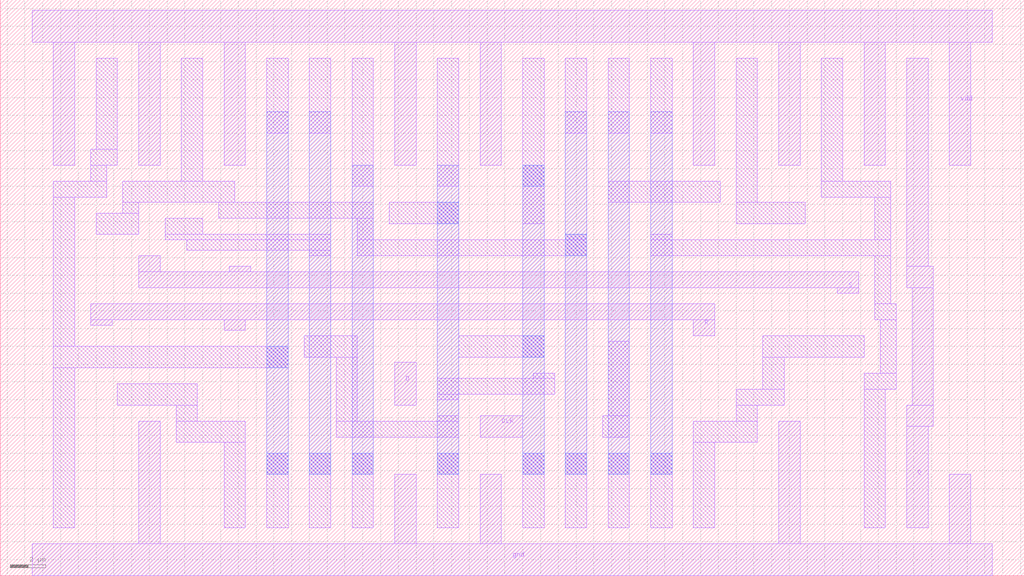
<source format=lef>
VERSION 5.7 ;
  NOWIREEXTENSIONATPIN ON ;
  DIVIDERCHAR "/" ;
  BUSBITCHARS "[]" ;
MACRO NOR3X1
  CLASS BLOCK ;
  FOREIGN NOR3X1 ;
  ORIGIN 2.100 0.900 ;
  SIZE 22.500 BY 32.400 ;
  PIN A
    ANTENNAGATEAREA 12.600000 ;
    PORT
      LAYER metal1 ;
        RECT 3.000 6.900 5.700 8.100 ;
    END
  END A
  PIN B
    ANTENNAGATEAREA 12.600000 ;
    PORT
      LAYER metal1 ;
        RECT 5.400 9.900 7.800 11.100 ;
    END
  END B
  PIN C
    ANTENNAGATEAREA 12.600000 ;
    PORT
      LAYER metal1 ;
        RECT 7.800 12.900 10.200 14.100 ;
    END
  END C
  PIN Y
    PORT
      LAYER metal1 ;
        RECT 15.000 18.000 16.200 26.400 ;
        RECT 15.000 17.100 15.900 18.000 ;
        RECT 15.000 16.800 16.200 17.100 ;
        RECT 11.100 15.900 16.200 16.800 ;
        RECT 11.100 6.000 12.000 15.900 ;
        RECT 6.000 5.100 12.000 6.000 ;
        RECT 6.000 4.800 6.900 5.100 ;
        RECT 5.400 3.900 6.900 4.800 ;
        RECT 10.200 4.800 12.000 5.100 ;
        RECT 5.400 1.800 6.600 3.900 ;
        RECT 10.200 1.800 11.400 4.800 ;
    END
  END Y
  PIN vdd
    USE POWER ;
    PORT
      LAYER metal1 ;
        RECT -0.600 29.100 19.800 30.900 ;
        RECT 3.000 19.200 4.200 29.100 ;
    END
  END vdd
  PIN gnd
    USE GROUND ;
    PORT
      LAYER metal1 ;
        RECT 3.000 0.900 4.200 4.800 ;
        RECT 7.800 0.900 9.000 4.200 ;
        RECT -0.600 -0.900 19.800 0.900 ;
    END
  END gnd
  OBS
      LAYER metal1 ;
        RECT 0.600 19.200 1.800 28.200 ;
        RECT 0.900 18.300 1.800 19.200 ;
        RECT 5.400 27.300 11.400 28.200 ;
        RECT 5.400 19.200 6.600 27.300 ;
        RECT 7.800 19.200 9.000 26.400 ;
        RECT 10.200 19.500 11.400 27.300 ;
        RECT 12.900 27.300 18.300 28.200 ;
        RECT 12.900 27.000 13.800 27.300 ;
        RECT 5.400 18.300 6.300 19.200 ;
        RECT 0.900 17.400 6.300 18.300 ;
        RECT 8.100 18.600 9.000 19.200 ;
        RECT 12.600 18.600 13.800 27.000 ;
        RECT 8.100 18.000 13.800 18.600 ;
        RECT 17.400 27.000 18.300 27.300 ;
        RECT 17.400 18.000 18.600 27.000 ;
        RECT 8.100 17.700 13.500 18.000 ;
  END
END NOR3X1
MACRO DFFNEGX1
  CLASS BLOCK ;
  FOREIGN DFFNEGX1 ;
  ORIGIN 2.400 0.900 ;
  SIZE 33.600 BY 32.400 ;
  PIN D
    ANTENNAGATEAREA 5.400000 ;
    PORT
      LAYER metal1 ;
        RECT 10.200 13.800 11.400 14.100 ;
        RECT 4.200 12.900 11.400 13.800 ;
        RECT 4.200 12.600 5.400 12.900 ;
    END
  END D
  PIN CLK
    ANTENNAGATEAREA 21.600000 ;
    PORT
      LAYER metal1 ;
        RECT 8.100 20.100 9.300 21.300 ;
        RECT 7.800 18.900 9.000 20.100 ;
        RECT 7.800 11.100 9.000 11.400 ;
        RECT 1.800 10.200 19.200 11.100 ;
        RECT 1.800 9.900 4.200 10.200 ;
        RECT 6.000 8.100 7.200 10.200 ;
        RECT 18.000 9.900 19.200 10.200 ;
        RECT 6.300 6.900 7.500 8.100 ;
      LAYER via1 ;
        RECT 7.800 10.200 9.000 11.400 ;
      LAYER metal2 ;
        RECT 7.800 10.200 9.000 20.100 ;
    END
  END CLK
  PIN Q
    ANTENNAGATEAREA 3.600000 ;
    PORT
      LAYER metal1 ;
        RECT 27.000 15.300 28.200 28.200 ;
        RECT 21.900 14.400 28.200 15.300 ;
        RECT 21.900 14.100 23.100 14.400 ;
        RECT 27.000 9.300 28.200 14.400 ;
        RECT 22.500 8.400 28.200 9.300 ;
        RECT 22.500 8.100 23.700 8.400 ;
        RECT 27.000 1.800 28.200 8.400 ;
    END
  END Q
  PIN vdd
    USE POWER ;
    PORT
      LAYER metal1 ;
        RECT -0.600 29.100 29.400 30.900 ;
        RECT 3.000 16.500 4.200 29.100 ;
        RECT 11.400 22.200 12.600 29.100 ;
        RECT 16.200 22.200 17.400 29.100 ;
        RECT 24.600 16.200 25.800 29.100 ;
    END
  END vdd
  PIN gnd
    USE GROUND ;
    PORT
      LAYER metal1 ;
        RECT 3.000 0.900 4.200 7.800 ;
        RECT 11.100 0.900 12.600 4.800 ;
        RECT 16.200 0.900 17.400 4.800 ;
        RECT 24.600 0.900 25.800 7.500 ;
        RECT -0.600 -0.900 29.400 0.900 ;
    END
  END gnd
  OBS
      LAYER metal1 ;
        RECT 0.600 15.600 1.800 28.200 ;
        RECT 7.200 23.100 8.400 28.200 ;
        RECT 5.400 22.200 8.400 23.100 ;
        RECT 13.800 22.200 15.000 28.200 ;
        RECT 20.100 22.200 21.900 28.200 ;
        RECT 5.400 21.000 6.600 22.200 ;
        RECT 13.800 21.300 14.700 22.200 ;
        RECT 10.500 20.400 15.900 21.300 ;
        RECT 19.800 21.000 21.000 22.200 ;
        RECT 10.500 20.100 11.700 20.400 ;
        RECT 14.700 20.100 15.900 20.400 ;
        RECT 5.400 18.000 6.600 18.300 ;
        RECT 12.300 18.000 13.500 18.300 ;
        RECT 5.400 17.100 13.500 18.000 ;
        RECT 16.200 18.000 17.700 18.300 ;
        RECT 20.700 18.000 21.900 18.300 ;
        RECT 16.200 17.100 21.900 18.000 ;
        RECT 16.200 16.200 17.100 17.100 ;
        RECT 6.300 15.600 17.100 16.200 ;
        RECT 0.600 15.300 17.100 15.600 ;
        RECT 0.600 14.700 7.500 15.300 ;
        RECT 24.300 13.200 25.500 13.500 ;
        RECT 19.800 12.300 25.500 13.200 ;
        RECT 19.800 12.000 21.000 12.300 ;
        RECT 0.600 1.800 1.800 9.000 ;
        RECT 10.500 6.600 11.700 6.900 ;
        RECT 5.400 4.800 6.600 6.000 ;
        RECT 10.500 5.700 14.700 6.600 ;
        RECT 13.800 4.800 14.700 5.700 ;
        RECT 19.800 4.800 21.000 6.000 ;
        RECT 5.400 3.900 8.400 4.800 ;
        RECT 7.200 1.800 8.400 3.900 ;
        RECT 13.800 1.800 15.000 4.800 ;
        RECT 19.800 3.900 21.900 4.800 ;
        RECT 20.100 1.800 21.900 3.900 ;
      LAYER via1 ;
        RECT 0.600 15.000 1.800 16.200 ;
        RECT 0.600 7.800 1.800 9.000 ;
      LAYER metal2 ;
        RECT 5.400 16.200 6.600 22.200 ;
        RECT 19.800 18.300 21.000 22.200 ;
        RECT 19.800 17.100 20.700 18.300 ;
        RECT 0.600 7.800 1.800 16.200 ;
        RECT 5.400 15.000 6.300 16.200 ;
        RECT 5.400 4.800 6.600 15.000 ;
        RECT 19.800 4.800 21.000 17.100 ;
  END
END DFFNEGX1
MACRO FILL
  CLASS BLOCK ;
  FOREIGN FILL ;
  ORIGIN 2.400 0.900 ;
  SIZE 7.200 BY 32.400 ;
  PIN vdd
    USE POWER ;
    PORT
      LAYER metal1 ;
        RECT -0.600 29.100 3.000 30.900 ;
    END
  END vdd
  PIN gnd
    USE GROUND ;
    PORT
      LAYER metal1 ;
        RECT -0.600 -0.900 3.000 0.900 ;
    END
  END gnd
END FILL
MACRO BUFX4
  CLASS BLOCK ;
  FOREIGN BUFX4 ;
  ORIGIN 2.700 0.900 ;
  SIZE 13.800 BY 32.400 ;
  PIN A
    ANTENNAGATEAREA 8.100000 ;
    PORT
      LAYER metal1 ;
        RECT 0.600 12.900 2.100 14.100 ;
        RECT 0.900 11.700 2.100 12.900 ;
    END
  END A
  PIN Y
    PORT
      LAYER metal1 ;
        RECT 5.400 17.700 6.600 28.200 ;
        RECT 5.400 16.200 6.900 17.700 ;
        RECT 6.000 11.100 6.900 16.200 ;
        RECT 5.400 9.900 6.900 11.100 ;
        RECT 6.000 7.800 6.900 9.900 ;
        RECT 5.400 6.900 6.900 7.800 ;
        RECT 5.400 1.800 6.600 6.900 ;
    END
  END Y
  PIN vdd
    USE POWER ;
    PORT
      LAYER metal1 ;
        RECT -0.600 29.100 10.200 30.900 ;
        RECT 3.000 18.000 4.200 29.100 ;
        RECT 7.800 16.200 9.000 29.100 ;
    END
  END vdd
  PIN gnd
    USE GROUND ;
    PORT
      LAYER metal1 ;
        RECT 3.000 0.900 4.200 7.800 ;
        RECT 7.800 0.900 9.000 7.800 ;
        RECT -0.600 -0.900 10.200 0.900 ;
    END
  END gnd
  OBS
      LAYER metal1 ;
        RECT 0.600 17.100 1.800 28.200 ;
        RECT 0.600 16.200 4.500 17.100 ;
        RECT 3.600 13.200 4.500 16.200 ;
        RECT 3.600 12.000 5.100 13.200 ;
        RECT 3.600 9.600 4.500 12.000 ;
        RECT 0.600 8.700 4.500 9.600 ;
        RECT 0.600 1.800 1.800 8.700 ;
  END
END BUFX4
MACRO BUFX2
  CLASS BLOCK ;
  FOREIGN BUFX2 ;
  ORIGIN 1.500 0.900 ;
  SIZE 9.900 BY 32.400 ;
  PIN A
    ANTENNAGATEAREA 5.400000 ;
    PORT
      LAYER metal1 ;
        RECT 0.600 11.700 1.800 14.100 ;
    END
  END A
  PIN Y
    PORT
      LAYER metal1 ;
        RECT 5.400 16.200 6.600 28.200 ;
        RECT 5.700 12.900 6.600 16.200 ;
        RECT 5.400 1.800 6.600 12.900 ;
    END
  END Y
  PIN vdd
    USE POWER ;
    PORT
      LAYER metal1 ;
        RECT -0.600 29.100 7.800 30.900 ;
        RECT 3.000 18.000 4.200 29.100 ;
    END
  END vdd
  PIN gnd
    USE GROUND ;
    PORT
      LAYER metal1 ;
        RECT 3.000 0.900 4.200 7.800 ;
        RECT -0.600 -0.900 7.800 0.900 ;
    END
  END gnd
  OBS
      LAYER metal1 ;
        RECT 0.600 17.100 1.800 28.200 ;
        RECT 0.600 16.200 3.900 17.100 ;
        RECT 3.000 15.300 3.900 16.200 ;
        RECT 3.000 14.100 4.800 15.300 ;
        RECT 3.000 9.600 3.900 14.100 ;
        RECT 0.600 8.700 3.900 9.600 ;
        RECT 0.600 1.800 1.800 8.700 ;
  END
END BUFX2
MACRO AOI22X1
  CLASS BLOCK ;
  FOREIGN AOI22X1 ;
  ORIGIN 2.400 0.900 ;
  SIZE 16.200 BY 32.400 ;
  PIN A
    ANTENNAGATEAREA 10.800000 ;
    PORT
      LAYER metal1 ;
        RECT 1.800 14.100 3.000 14.700 ;
        RECT 0.600 13.200 3.000 14.100 ;
        RECT 0.600 12.900 1.800 13.200 ;
    END
  END A
  PIN B
    ANTENNAGATEAREA 10.800000 ;
    PORT
      LAYER metal1 ;
        RECT 3.000 9.900 4.200 12.300 ;
    END
  END B
  PIN C
    ANTENNAGATEAREA 10.800000 ;
    PORT
      LAYER metal1 ;
        RECT 10.200 12.900 11.400 15.300 ;
    END
  END C
  PIN D
    ANTENNAGATEAREA 10.800000 ;
    PORT
      LAYER metal1 ;
        RECT 7.500 11.700 8.700 12.900 ;
        RECT 7.800 11.100 8.700 11.700 ;
        RECT 7.800 9.900 9.000 11.100 ;
    END
  END D
  PIN Y
    PORT
      LAYER metal1 ;
        RECT 7.800 16.200 9.000 26.400 ;
        RECT 7.800 15.300 8.700 16.200 ;
        RECT 5.700 14.400 8.700 15.300 ;
        RECT 5.700 14.100 6.600 14.400 ;
        RECT 5.400 12.900 6.600 14.100 ;
        RECT 5.700 7.800 6.600 12.900 ;
        RECT 5.100 1.800 7.500 7.800 ;
    END
  END Y
  PIN vdd
    USE POWER ;
    PORT
      LAYER metal1 ;
        RECT -0.600 29.100 12.600 30.900 ;
        RECT 3.000 18.000 4.200 29.100 ;
    END
  END vdd
  PIN gnd
    USE GROUND ;
    PORT
      LAYER metal1 ;
        RECT 1.200 0.900 2.400 7.800 ;
        RECT 10.200 0.900 11.400 7.800 ;
        RECT -0.600 -0.900 12.600 0.900 ;
    END
  END gnd
  OBS
      LAYER metal1 ;
        RECT 0.600 17.100 1.800 28.200 ;
        RECT 5.400 27.300 11.400 28.200 ;
        RECT 5.400 17.100 6.600 27.300 ;
        RECT 0.600 16.200 6.600 17.100 ;
        RECT 10.200 16.200 11.400 27.300 ;
  END
END AOI22X1
MACRO AOI21X1
  CLASS BLOCK ;
  FOREIGN AOI21X1 ;
  ORIGIN 2.100 0.900 ;
  SIZE 13.800 BY 32.400 ;
  PIN A
    ANTENNAGATEAREA 10.800000 ;
    PORT
      LAYER metal1 ;
        RECT 1.800 14.100 3.000 14.700 ;
        RECT 0.600 13.200 3.000 14.100 ;
        RECT 0.600 12.900 1.800 13.200 ;
    END
  END A
  PIN B
    ANTENNAGATEAREA 10.800000 ;
    PORT
      LAYER metal1 ;
        RECT 3.000 9.900 4.200 12.300 ;
    END
  END B
  PIN C
    ANTENNAGATEAREA 9.000000 ;
    PORT
      LAYER metal1 ;
        RECT 7.800 6.900 9.000 8.100 ;
        RECT 7.500 5.700 8.700 6.900 ;
    END
  END C
  PIN Y
    PORT
      LAYER metal1 ;
        RECT 7.800 16.200 9.000 28.200 ;
        RECT 7.800 14.100 8.700 16.200 ;
        RECT 5.400 13.200 9.000 14.100 ;
        RECT 5.400 7.800 6.300 13.200 ;
        RECT 7.800 12.900 9.000 13.200 ;
        RECT 5.400 1.800 6.600 7.800 ;
    END
  END Y
  PIN vdd
    USE POWER ;
    PORT
      LAYER metal1 ;
        RECT -0.600 29.100 10.200 30.900 ;
        RECT 3.000 18.000 4.200 29.100 ;
    END
  END vdd
  PIN gnd
    USE GROUND ;
    PORT
      LAYER metal1 ;
        RECT 1.500 0.900 2.700 7.800 ;
        RECT 7.800 0.900 9.000 4.800 ;
        RECT -0.600 -0.900 10.200 0.900 ;
    END
  END gnd
  OBS
      LAYER metal1 ;
        RECT 0.600 17.100 1.800 28.200 ;
        RECT 5.400 17.100 6.600 28.200 ;
        RECT 0.600 16.200 6.600 17.100 ;
  END
END AOI21X1
MACRO AND2X2
  CLASS BLOCK ;
  FOREIGN AND2X2 ;
  ORIGIN 2.400 0.900 ;
  SIZE 14.400 BY 32.400 ;
  PIN A
    ANTENNAGATEAREA 7.200000 ;
    PORT
      LAYER metal1 ;
        RECT 0.600 9.900 1.800 12.300 ;
    END
  END A
  PIN B
    ANTENNAGATEAREA 7.200000 ;
    PORT
      LAYER metal1 ;
        RECT 3.000 12.900 4.200 14.100 ;
        RECT 3.300 11.700 4.200 12.900 ;
        RECT 3.300 10.800 4.800 11.700 ;
        RECT 3.600 10.500 4.800 10.800 ;
    END
  END B
  PIN Y
    PORT
      LAYER metal1 ;
        RECT 7.800 16.200 9.000 28.200 ;
        RECT 8.100 14.100 9.000 16.200 ;
        RECT 7.800 12.900 9.000 14.100 ;
        RECT 8.100 7.800 9.000 12.900 ;
        RECT 6.900 6.300 9.000 7.800 ;
        RECT 6.900 1.800 8.100 6.300 ;
    END
  END Y
  PIN vdd
    USE POWER ;
    PORT
      LAYER metal1 ;
        RECT -0.600 29.100 10.200 30.900 ;
        RECT 0.600 22.200 1.800 29.100 ;
        RECT 5.400 16.800 6.600 29.100 ;
    END
  END vdd
  PIN gnd
    USE GROUND ;
    PORT
      LAYER metal1 ;
        RECT 4.500 0.900 5.700 7.500 ;
        RECT -0.600 -0.900 10.200 0.900 ;
    END
  END gnd
  OBS
      LAYER metal1 ;
        RECT 3.000 22.200 4.200 28.200 ;
        RECT 3.300 15.900 4.200 22.200 ;
        RECT 3.300 15.000 6.900 15.900 ;
        RECT 6.000 9.900 6.900 15.000 ;
        RECT 6.000 9.600 7.200 9.900 ;
        RECT 2.700 9.000 7.200 9.600 ;
        RECT 0.900 8.700 7.200 9.000 ;
        RECT 0.900 8.100 3.600 8.700 ;
        RECT 0.900 7.800 1.800 8.100 ;
        RECT 0.600 1.800 1.800 7.800 ;
  END
END AND2X2
MACRO AND2X1
  CLASS BLOCK ;
  FOREIGN AND2X1 ;
  ORIGIN 2.400 0.900 ;
  SIZE 14.400 BY 32.400 ;
  PIN A
    ANTENNAGATEAREA 7.200000 ;
    PORT
      LAYER metal1 ;
        RECT 0.600 9.900 1.800 12.300 ;
    END
  END A
  PIN B
    ANTENNAGATEAREA 7.200000 ;
    PORT
      LAYER metal1 ;
        RECT 3.000 15.900 5.100 17.100 ;
        RECT 3.900 14.700 5.100 15.900 ;
    END
  END B
  PIN Y
    PORT
      LAYER metal1 ;
        RECT 7.800 22.200 9.000 28.200 ;
        RECT 8.100 20.100 9.000 22.200 ;
        RECT 7.800 18.900 9.000 20.100 ;
        RECT 8.100 5.700 9.000 18.900 ;
        RECT 6.900 4.800 9.000 5.700 ;
        RECT 6.900 1.800 8.100 4.800 ;
    END
  END Y
  PIN vdd
    USE POWER ;
    PORT
      LAYER metal1 ;
        RECT -0.600 29.100 10.200 30.900 ;
        RECT 0.600 22.200 1.800 29.100 ;
        RECT 5.400 22.200 6.600 29.100 ;
    END
  END vdd
  PIN gnd
    USE GROUND ;
    PORT
      LAYER metal1 ;
        RECT 4.500 0.900 5.700 7.800 ;
        RECT -0.600 -0.900 10.200 0.900 ;
    END
  END gnd
  OBS
      LAYER metal1 ;
        RECT 3.000 22.200 4.200 28.200 ;
        RECT 3.300 21.300 4.200 22.200 ;
        RECT 3.300 20.400 6.900 21.300 ;
        RECT 6.000 9.900 6.900 20.400 ;
        RECT 2.700 9.000 7.200 9.900 ;
        RECT 2.700 8.700 3.600 9.000 ;
        RECT 6.000 8.700 7.200 9.000 ;
        RECT 0.900 7.800 3.600 8.700 ;
        RECT 0.600 1.800 1.800 7.800 ;
  END
END AND2X1
MACRO INVX8
  CLASS BLOCK ;
  FOREIGN INVX8 ;
  ORIGIN 2.700 0.900 ;
  SIZE 16.200 BY 32.400 ;
  PIN A
    ANTENNAGATEAREA 43.200001 ;
    PORT
      LAYER metal1 ;
        RECT 0.600 8.700 1.800 11.100 ;
    END
  END A
  PIN Y
    PORT
      LAYER metal1 ;
        RECT 3.000 15.300 4.200 28.200 ;
        RECT 7.800 15.300 9.000 28.200 ;
        RECT 3.000 14.100 9.000 15.300 ;
        RECT 7.800 9.900 9.000 14.100 ;
        RECT 3.000 8.700 9.000 9.900 ;
        RECT 3.000 1.800 4.200 8.700 ;
        RECT 7.800 1.800 9.000 8.700 ;
    END
  END Y
  PIN vdd
    USE POWER ;
    PORT
      LAYER metal1 ;
        RECT -0.600 29.100 12.600 30.900 ;
        RECT 0.600 16.200 1.800 29.100 ;
        RECT 5.400 16.200 6.600 29.100 ;
        RECT 10.200 16.200 11.400 29.100 ;
    END
  END vdd
  PIN gnd
    USE GROUND ;
    PORT
      LAYER metal1 ;
        RECT 0.600 0.900 1.800 7.800 ;
        RECT 5.400 0.900 6.600 7.800 ;
        RECT 10.200 0.900 11.400 7.800 ;
        RECT -0.600 -0.900 12.600 0.900 ;
    END
  END gnd
END INVX8
MACRO INVX4
  CLASS BLOCK ;
  FOREIGN INVX4 ;
  ORIGIN 2.700 0.900 ;
  SIZE 11.100 BY 32.400 ;
  PIN A
    ANTENNAGATEAREA 21.600000 ;
    PORT
      LAYER metal1 ;
        RECT 0.600 8.700 1.800 11.100 ;
    END
  END A
  PIN Y
    PORT
      LAYER metal1 ;
        RECT 3.000 1.800 4.200 28.200 ;
    END
  END Y
  PIN vdd
    USE POWER ;
    PORT
      LAYER metal1 ;
        RECT -0.600 29.100 7.800 30.900 ;
        RECT 0.600 16.200 1.800 29.100 ;
        RECT 5.400 16.200 6.600 29.100 ;
    END
  END vdd
  PIN gnd
    USE GROUND ;
    PORT
      LAYER metal1 ;
        RECT 0.600 0.900 1.800 7.800 ;
        RECT 5.400 0.900 6.600 7.800 ;
        RECT -0.600 -0.900 7.800 0.900 ;
    END
  END gnd
END INVX4
MACRO INVX2
  CLASS BLOCK ;
  FOREIGN INVX2 ;
  ORIGIN 2.700 0.900 ;
  SIZE 10.500 BY 32.400 ;
  PIN A
    ANTENNAGATEAREA 10.800000 ;
    PORT
      LAYER metal1 ;
        RECT 0.600 8.700 1.800 11.100 ;
    END
  END A
  PIN Y
    PORT
      LAYER metal1 ;
        RECT 3.000 1.800 4.200 28.200 ;
    END
  END Y
  PIN vdd
    USE POWER ;
    PORT
      LAYER metal1 ;
        RECT -0.600 29.100 5.400 30.900 ;
        RECT 0.600 16.200 1.800 29.100 ;
    END
  END vdd
  PIN gnd
    USE GROUND ;
    PORT
      LAYER metal1 ;
        RECT 0.600 0.900 1.800 7.800 ;
        RECT -0.600 -0.900 5.400 0.900 ;
    END
  END gnd
END INVX2
MACRO INVX1
  CLASS BLOCK ;
  FOREIGN INVX1 ;
  ORIGIN 2.700 0.900 ;
  SIZE 10.500 BY 32.400 ;
  PIN A
    ANTENNAGATEAREA 5.400000 ;
    PORT
      LAYER metal1 ;
        RECT 0.600 5.700 1.800 8.100 ;
    END
  END A
  PIN Y
    PORT
      LAYER metal1 ;
        RECT 3.000 1.800 4.200 28.200 ;
    END
  END Y
  PIN vdd
    USE POWER ;
    PORT
      LAYER metal1 ;
        RECT -0.600 29.100 5.400 30.900 ;
        RECT 0.600 22.200 1.800 29.100 ;
    END
  END vdd
  PIN gnd
    USE GROUND ;
    PORT
      LAYER metal1 ;
        RECT 0.600 0.900 1.800 4.800 ;
        RECT -0.600 -0.900 5.400 0.900 ;
    END
  END gnd
END INVX1
MACRO HAX1
  CLASS BLOCK ;
  FOREIGN HAX1 ;
  ORIGIN 1.500 0.900 ;
  SIZE 26.700 BY 32.400 ;
  PIN A
    ANTENNAGATEAREA 18.000000 ;
    PORT
      LAYER metal1 ;
        RECT 0.600 9.900 1.800 11.100 ;
        RECT 15.000 10.800 16.200 11.100 ;
        RECT 12.600 9.900 16.200 10.800 ;
        RECT 0.600 9.000 13.500 9.900 ;
        RECT 1.200 8.700 2.400 9.000 ;
    END
  END A
  PIN B
    ANTENNAGATEAREA 18.000000 ;
    PORT
      LAYER metal1 ;
        RECT 3.000 12.900 4.200 14.100 ;
        RECT 3.300 12.000 4.500 12.900 ;
        RECT 12.600 12.600 13.800 12.900 ;
        RECT 3.600 11.700 4.800 12.000 ;
        RECT 10.800 11.700 13.800 12.600 ;
        RECT 3.600 10.800 11.700 11.700 ;
    END
  END B
  PIN YC
    PORT
      LAYER metal1 ;
        RECT 7.800 12.600 9.000 28.200 ;
        RECT 6.900 1.800 8.100 6.000 ;
      LAYER via1 ;
        RECT 6.900 4.800 8.100 6.000 ;
      LAYER metal2 ;
        RECT 7.800 12.600 9.000 13.800 ;
        RECT 8.100 6.000 9.000 12.600 ;
        RECT 6.900 4.800 9.000 6.000 ;
    END
  END YC
  PIN YS
    PORT
      LAYER metal1 ;
        RECT 21.300 22.200 22.500 28.200 ;
        RECT 21.600 21.300 22.500 22.200 ;
        RECT 20.100 20.400 22.500 21.300 ;
        RECT 20.100 17.100 21.000 20.400 ;
        RECT 19.800 15.900 21.000 17.100 ;
        RECT 20.100 6.900 21.000 15.900 ;
        RECT 20.100 6.000 22.500 6.900 ;
        RECT 21.600 4.800 22.500 6.000 ;
        RECT 21.300 1.800 22.500 4.800 ;
    END
  END YS
  PIN vdd
    USE POWER ;
    PORT
      LAYER metal1 ;
        RECT -0.600 29.100 24.600 30.900 ;
        RECT 3.000 22.800 4.200 29.100 ;
        RECT 10.200 22.200 11.400 29.100 ;
        RECT 16.500 16.200 17.700 29.100 ;
        RECT 18.900 22.200 20.100 29.100 ;
    END
  END vdd
  PIN gnd
    USE GROUND ;
    PORT
      LAYER metal1 ;
        RECT 0.600 0.900 1.800 7.800 ;
        RECT 9.300 0.900 10.500 7.500 ;
        RECT 18.900 0.900 20.100 4.800 ;
        RECT -0.600 -0.900 24.600 0.900 ;
    END
  END gnd
  OBS
      LAYER metal1 ;
        RECT 0.600 22.200 1.800 28.200 ;
        RECT 0.900 21.900 1.800 22.200 ;
        RECT 5.400 21.900 6.600 28.200 ;
        RECT 0.900 21.000 6.600 21.900 ;
        RECT 5.700 13.800 6.600 21.000 ;
        RECT 12.600 16.200 13.800 28.200 ;
        RECT 12.900 15.300 13.800 16.200 ;
        RECT 12.900 14.400 18.000 15.300 ;
        RECT 5.700 12.600 6.900 13.800 ;
        RECT 17.100 9.300 18.000 14.400 ;
        RECT 17.100 9.000 18.900 9.300 ;
        RECT 14.400 8.100 18.900 9.000 ;
        RECT 5.700 7.800 8.400 8.100 ;
        RECT 14.400 7.800 15.300 8.100 ;
        RECT 4.500 6.900 8.400 7.800 ;
        RECT 4.500 1.800 5.700 6.900 ;
        RECT 11.700 2.700 12.900 7.800 ;
        RECT 14.100 3.600 15.300 7.800 ;
        RECT 16.500 2.700 17.700 7.200 ;
        RECT 11.700 1.800 17.700 2.700 ;
      LAYER via1 ;
        RECT 5.700 6.900 6.900 8.100 ;
      LAYER metal2 ;
        RECT 5.700 12.600 6.900 13.800 ;
        RECT 5.700 8.100 6.600 12.600 ;
        RECT 5.700 6.900 6.900 8.100 ;
  END
END HAX1
MACRO FAX1
  CLASS BLOCK ;
  FOREIGN FAX1 ;
  ORIGIN 1.500 0.900 ;
  SIZE 39.300 BY 32.400 ;
  PIN A
    ANTENNAGATEAREA 44.640003 ;
    PORT
      LAYER metal1 ;
        RECT 0.600 9.900 1.800 11.100 ;
        RECT 26.700 10.200 27.900 11.400 ;
        RECT 0.900 9.600 3.000 9.900 ;
        RECT 0.900 9.300 12.300 9.600 ;
        RECT 26.700 9.300 27.600 10.200 ;
        RECT 0.900 9.000 27.600 9.300 ;
        RECT 1.800 8.700 27.600 9.000 ;
        RECT 11.100 8.400 27.600 8.700 ;
    END
  END A
  PIN B
    ANTENNAGATEAREA 43.920002 ;
    PORT
      LAYER metal1 ;
        RECT 3.000 12.900 4.200 14.100 ;
        RECT 3.300 11.700 4.200 12.900 ;
        RECT 3.300 11.400 5.400 11.700 ;
        RECT 8.700 11.400 9.900 11.700 ;
        RECT 3.300 11.100 15.300 11.400 ;
        RECT 24.000 11.100 25.200 11.400 ;
        RECT 3.300 10.800 25.200 11.100 ;
        RECT 4.200 10.500 25.200 10.800 ;
        RECT 14.100 10.200 25.200 10.500 ;
    END
  END B
  PIN C
    ANTENNAGATEAREA 33.120003 ;
    PORT
      LAYER metal1 ;
        RECT 5.400 13.800 7.800 14.100 ;
        RECT 5.400 13.500 16.500 13.800 ;
        RECT 5.400 13.200 17.700 13.500 ;
        RECT 5.400 12.900 22.800 13.200 ;
        RECT 15.600 12.300 22.800 12.900 ;
        RECT 21.600 12.000 22.800 12.300 ;
    END
  END C
  PIN YS
    PORT
      LAYER metal1 ;
        RECT 29.400 23.100 30.600 28.200 ;
        RECT 29.100 22.200 30.600 23.100 ;
        RECT 29.100 14.700 30.000 22.200 ;
        RECT 29.100 13.800 32.100 14.700 ;
        RECT 31.200 8.100 32.100 13.800 ;
        RECT 31.200 6.900 33.000 8.100 ;
        RECT 31.200 6.600 32.100 6.900 ;
        RECT 29.700 5.700 32.100 6.600 ;
        RECT 29.700 4.800 30.600 5.700 ;
        RECT 29.400 1.800 30.600 4.800 ;
    END
  END YS
  PIN YC
    PORT
      LAYER metal1 ;
        RECT 34.200 22.200 35.400 28.200 ;
        RECT 34.500 11.100 35.400 22.200 ;
        RECT 34.200 9.900 35.400 11.100 ;
        RECT 34.500 4.800 35.400 9.900 ;
        RECT 34.200 1.800 35.400 4.800 ;
    END
  END YC
  OBS
      LAYER metal1 ;
        RECT -0.600 29.100 36.600 30.900 ;
        RECT 0.600 17.100 1.800 28.200 ;
        RECT 3.000 18.000 4.200 29.100 ;
        RECT 5.400 17.100 6.600 28.200 ;
        RECT 0.600 16.200 6.600 17.100 ;
        RECT 7.800 16.200 9.000 28.200 ;
        RECT 11.700 16.200 12.900 29.100 ;
        RECT 14.100 18.300 15.300 28.200 ;
        RECT 16.500 19.200 17.700 29.100 ;
        RECT 18.900 18.300 20.100 28.200 ;
        RECT 14.100 17.400 20.100 18.300 ;
        RECT 14.100 16.200 15.300 17.400 ;
        RECT 18.000 15.300 19.200 15.600 ;
        RECT 21.300 15.300 22.800 28.200 ;
        RECT 18.000 14.400 20.400 15.300 ;
        RECT 19.200 14.100 20.400 14.400 ;
        RECT 21.600 14.100 22.800 15.300 ;
        RECT 27.000 13.800 28.200 29.100 ;
        RECT 31.800 22.200 33.000 29.100 ;
        RECT 31.200 15.900 33.600 17.100 ;
        RECT 29.100 10.500 30.300 12.900 ;
        RECT 0.600 6.900 6.600 7.800 ;
        RECT 0.600 1.800 1.800 6.900 ;
        RECT 3.000 0.900 4.200 6.000 ;
        RECT 5.400 1.800 6.600 6.900 ;
        RECT 7.800 1.800 9.000 7.800 ;
        RECT 11.700 0.900 12.900 7.200 ;
        RECT 14.100 6.600 20.100 7.500 ;
        RECT 14.100 1.800 15.300 6.600 ;
        RECT 16.500 0.900 17.700 5.700 ;
        RECT 18.900 1.800 20.100 6.600 ;
        RECT 21.600 6.300 22.800 7.500 ;
        RECT 21.300 1.800 22.800 6.300 ;
        RECT 27.000 0.900 28.200 7.500 ;
        RECT 31.800 0.900 33.000 4.800 ;
        RECT -0.600 -0.900 36.600 0.900 ;
      LAYER via1 ;
        RECT 29.100 11.700 30.300 12.900 ;
        RECT 7.800 6.600 9.000 7.800 ;
      LAYER metal2 ;
        RECT 7.800 17.100 9.000 17.400 ;
        RECT 7.800 16.200 32.400 17.100 ;
        RECT 8.100 7.800 9.000 16.200 ;
        RECT 18.000 14.400 19.200 16.200 ;
        RECT 31.200 15.900 32.400 16.200 ;
        RECT 21.600 14.100 22.800 15.300 ;
        RECT 7.800 6.600 9.000 7.800 ;
        RECT 21.900 12.600 22.800 14.100 ;
        RECT 29.100 12.600 30.300 12.900 ;
        RECT 21.900 11.700 30.300 12.600 ;
        RECT 21.900 7.500 22.800 11.700 ;
        RECT 21.600 6.300 22.800 7.500 ;
  END
END FAX1
MACRO DFFPOSX1
  CLASS BLOCK ;
  FOREIGN DFFPOSX1 ;
  ORIGIN 2.400 0.900 ;
  SIZE 33.600 BY 32.400 ;
  PIN D
    ANTENNAGATEAREA 5.400000 ;
    PORT
      LAYER metal1 ;
        RECT 10.200 13.800 11.400 14.100 ;
        RECT 3.900 12.900 11.400 13.800 ;
        RECT 3.900 12.600 5.100 12.900 ;
    END
  END D
  PIN CLK
    ANTENNAGATEAREA 19.800001 ;
    PORT
      LAYER metal1 ;
        RECT 20.100 18.300 22.200 19.500 ;
        RECT 20.100 16.800 21.000 18.300 ;
        RECT 17.400 15.900 21.000 16.800 ;
        RECT 6.300 11.100 7.500 11.400 ;
        RECT 17.400 11.100 18.300 15.900 ;
        RECT 1.800 10.200 18.300 11.100 ;
        RECT 1.800 9.900 4.200 10.200 ;
        RECT 8.100 6.900 9.000 10.200 ;
        RECT 16.500 9.900 17.700 10.200 ;
        RECT 7.800 5.700 9.000 6.900 ;
    END
  END CLK
  PIN Q
    ANTENNAGATEAREA 3.600000 ;
    PORT
      LAYER metal1 ;
        RECT 27.000 15.300 28.200 28.200 ;
        RECT 21.900 14.400 28.200 15.300 ;
        RECT 21.900 14.100 23.100 14.400 ;
        RECT 27.000 9.300 28.200 14.400 ;
        RECT 22.500 8.400 28.200 9.300 ;
        RECT 22.500 8.100 23.700 8.400 ;
        RECT 27.000 1.800 28.200 8.400 ;
    END
  END Q
  PIN vdd
    USE POWER ;
    PORT
      LAYER metal1 ;
        RECT -0.600 29.100 29.400 30.900 ;
        RECT 3.000 16.500 4.200 29.100 ;
        RECT 11.400 22.200 12.600 29.100 ;
        RECT 16.200 22.200 17.400 29.100 ;
        RECT 24.600 16.200 25.800 29.100 ;
    END
  END vdd
  PIN gnd
    USE GROUND ;
    PORT
      LAYER metal1 ;
        RECT 3.000 0.900 4.200 7.800 ;
        RECT 11.100 0.900 12.600 4.800 ;
        RECT 16.200 0.900 17.400 4.800 ;
        RECT 24.600 0.900 25.800 7.500 ;
        RECT -0.600 -0.900 29.400 0.900 ;
    END
  END gnd
  OBS
      LAYER metal1 ;
        RECT 0.600 15.600 1.800 28.200 ;
        RECT 7.200 23.100 8.400 28.200 ;
        RECT 5.400 22.200 8.400 23.100 ;
        RECT 13.800 22.200 15.000 28.200 ;
        RECT 20.100 22.200 21.900 28.200 ;
        RECT 5.400 21.000 6.600 22.200 ;
        RECT 13.800 21.300 14.700 22.200 ;
        RECT 10.500 20.400 15.900 21.300 ;
        RECT 19.800 21.000 21.000 22.200 ;
        RECT 10.500 20.100 11.700 20.400 ;
        RECT 14.700 20.100 15.900 20.400 ;
        RECT 5.400 18.000 6.600 18.300 ;
        RECT 12.300 18.000 13.500 18.300 ;
        RECT 5.400 17.100 13.500 18.000 ;
        RECT 14.400 18.000 17.700 18.900 ;
        RECT 14.400 16.200 15.300 18.000 ;
        RECT 16.500 17.700 17.700 18.000 ;
        RECT 8.100 15.600 15.300 16.200 ;
        RECT 0.600 15.300 15.300 15.600 ;
        RECT 0.600 15.000 9.300 15.300 ;
        RECT 0.600 14.700 9.000 15.000 ;
        RECT 24.300 13.200 25.500 13.500 ;
        RECT 19.800 12.300 25.500 13.200 ;
        RECT 19.800 12.000 21.000 12.300 ;
        RECT 0.600 1.800 1.800 9.000 ;
        RECT 10.500 6.600 11.700 6.900 ;
        RECT 5.400 4.800 6.600 6.000 ;
        RECT 10.500 5.700 14.700 6.600 ;
        RECT 13.800 4.800 14.700 5.700 ;
        RECT 19.800 4.800 21.000 6.000 ;
        RECT 5.400 3.900 8.400 4.800 ;
        RECT 7.200 1.800 8.400 3.900 ;
        RECT 13.800 1.800 15.000 4.800 ;
        RECT 19.800 3.900 21.900 4.800 ;
        RECT 20.100 1.800 21.900 3.900 ;
      LAYER via1 ;
        RECT 0.600 7.800 1.800 9.000 ;
      LAYER metal2 ;
        RECT 0.600 7.800 1.800 16.200 ;
        RECT 5.400 4.800 6.600 22.200 ;
        RECT 19.800 4.800 21.000 22.200 ;
  END
END DFFPOSX1
MACRO MUX2X1
  CLASS BLOCK ;
  FOREIGN MUX2X1 ;
  ORIGIN 1.500 0.900 ;
  SIZE 17.400 BY 32.400 ;
  PIN A
    ANTENNAGATEAREA 10.800000 ;
    PORT
      LAYER metal1 ;
        RECT 10.200 12.900 11.400 15.300 ;
    END
  END A
  PIN B
    ANTENNAGATEAREA 10.800000 ;
    PORT
      LAYER metal1 ;
        RECT 3.000 11.700 4.200 14.100 ;
    END
  END B
  PIN S
    ANTENNAGATEAREA 16.200001 ;
    PORT
      LAYER metal1 ;
        RECT 0.600 11.700 1.800 14.100 ;
    END
  END S
  PIN Y
    PORT
      LAYER metal1 ;
        RECT 6.900 17.700 8.100 28.200 ;
        RECT 6.900 16.800 9.300 17.700 ;
        RECT 8.400 11.100 9.300 16.800 ;
        RECT 8.400 9.900 11.400 11.100 ;
        RECT 8.400 9.000 9.300 9.900 ;
        RECT 8.100 8.400 9.300 9.000 ;
        RECT 6.900 7.500 9.300 8.400 ;
        RECT 6.900 3.000 8.100 7.500 ;
    END
  END Y
  PIN vdd
    USE POWER ;
    PORT
      LAYER metal1 ;
        RECT -0.600 29.100 15.000 30.900 ;
        RECT 3.000 16.800 4.200 29.100 ;
        RECT 10.800 16.200 12.000 29.100 ;
    END
  END vdd
  PIN gnd
    USE GROUND ;
    PORT
      LAYER metal1 ;
        RECT 3.000 0.900 4.200 8.400 ;
        RECT 10.800 0.900 12.000 9.000 ;
        RECT -0.600 -0.900 15.000 0.900 ;
    END
  END gnd
  OBS
      LAYER metal1 ;
        RECT 0.600 21.000 1.800 27.000 ;
        RECT 0.600 15.900 1.500 21.000 ;
        RECT 0.600 15.000 6.300 15.900 ;
        RECT 5.400 12.000 6.300 15.000 ;
        RECT 5.400 10.800 7.500 12.000 ;
        RECT 5.400 10.200 6.900 10.800 ;
        RECT 0.600 9.300 6.900 10.200 ;
        RECT 0.600 6.000 1.500 9.300 ;
        RECT 0.600 3.000 1.800 6.000 ;
  END
END MUX2X1
MACRO XOR2X1
  CLASS BLOCK ;
  FOREIGN XOR2X1 ;
  ORIGIN 2.400 0.900 ;
  SIZE 21.600 BY 32.400 ;
  PIN A
    ANTENNAGATEAREA 21.600000 ;
    PORT
      LAYER metal1 ;
        RECT 6.000 11.400 7.200 11.700 ;
        RECT 3.000 11.100 7.200 11.400 ;
        RECT 0.600 10.500 7.200 11.100 ;
        RECT 0.600 10.200 3.900 10.500 ;
        RECT 0.600 9.900 3.000 10.200 ;
    END
  END A
  PIN B
    ANTENNAGATEAREA 21.600000 ;
    PORT
      LAYER metal1 ;
        RECT 13.800 9.900 16.200 11.100 ;
    END
  END B
  PIN Y
    PORT
      LAYER metal1 ;
        RECT 7.200 16.200 9.600 28.200 ;
        RECT 8.100 14.100 9.000 16.200 ;
        RECT 7.800 12.900 9.000 14.100 ;
        RECT 8.100 11.100 9.000 12.900 ;
        RECT 8.100 10.200 9.600 11.100 ;
        RECT 8.700 7.200 9.600 10.200 ;
        RECT 7.200 1.800 9.600 7.200 ;
    END
  END Y
  PIN vdd
    USE POWER ;
    PORT
      LAYER metal1 ;
        RECT -0.600 29.100 17.400 30.900 ;
        RECT 3.300 28.200 4.500 29.100 ;
        RECT 3.000 18.300 4.500 28.200 ;
        RECT 12.300 18.300 13.800 29.100 ;
    END
  END vdd
  PIN gnd
    USE GROUND ;
    PORT
      LAYER metal1 ;
        RECT 3.000 1.800 4.500 6.900 ;
        RECT 3.300 0.900 4.500 1.800 ;
        RECT 12.300 0.900 13.800 6.900 ;
        RECT -0.600 -0.900 17.400 0.900 ;
    END
  END gnd
  OBS
      LAYER metal1 ;
        RECT 0.600 17.100 1.800 28.200 ;
        RECT 3.300 17.100 4.500 17.400 ;
        RECT 0.600 16.200 4.500 17.100 ;
        RECT 12.600 17.100 13.800 17.400 ;
        RECT 15.000 17.100 16.200 28.200 ;
        RECT 12.600 16.200 16.200 17.100 ;
        RECT 5.100 14.100 6.300 14.400 ;
        RECT 3.900 13.200 6.300 14.100 ;
        RECT 3.900 12.900 5.100 13.200 ;
        RECT 10.800 9.900 12.000 11.100 ;
        RECT 10.800 9.300 11.700 9.900 ;
        RECT 3.300 8.700 4.500 9.000 ;
        RECT 0.600 7.800 4.500 8.700 ;
        RECT 5.400 8.100 7.800 9.300 ;
        RECT 10.500 8.100 11.700 9.300 ;
        RECT 12.600 8.700 13.800 9.000 ;
        RECT 12.600 7.800 16.200 8.700 ;
        RECT 0.600 1.800 1.800 7.800 ;
        RECT 15.000 1.800 16.200 7.800 ;
      LAYER via1 ;
        RECT 3.300 16.200 4.500 17.400 ;
        RECT 5.100 13.200 6.300 14.400 ;
        RECT 3.300 7.800 4.500 9.000 ;
      LAYER metal2 ;
        RECT 3.300 16.200 4.500 17.400 ;
        RECT 12.600 16.200 13.800 17.400 ;
        RECT 3.300 9.000 4.200 16.200 ;
        RECT 5.100 13.200 6.300 14.400 ;
        RECT 5.400 11.100 6.300 13.200 ;
        RECT 12.900 11.100 13.800 16.200 ;
        RECT 5.400 10.200 13.800 11.100 ;
        RECT 5.400 9.000 6.600 9.300 ;
        RECT 10.500 9.000 11.700 9.300 ;
        RECT 12.900 9.000 13.800 10.200 ;
        RECT 3.300 8.100 11.700 9.000 ;
        RECT 3.300 7.800 4.500 8.100 ;
        RECT 12.600 7.800 13.800 9.000 ;
  END
END XOR2X1
MACRO TBUFX2
  CLASS BLOCK ;
  FOREIGN TBUFX2 ;
  ORIGIN 1.500 0.900 ;
  SIZE 19.500 BY 32.400 ;
  PIN A
    ANTENNAGATEAREA 21.600000 ;
    PORT
      LAYER metal1 ;
        RECT 13.500 9.900 16.200 11.100 ;
    END
  END A
  PIN EN
    ANTENNAGATEAREA 18.000000 ;
    PORT
      LAYER metal1 ;
        RECT 0.600 12.900 1.800 15.300 ;
        RECT 0.600 9.900 1.500 12.900 ;
        RECT 0.600 8.700 2.100 9.900 ;
    END
  END EN
  PIN Y
    PORT
      LAYER metal1 ;
        RECT 7.800 16.200 9.000 26.400 ;
        RECT 7.800 14.100 8.700 16.200 ;
        RECT 7.800 12.900 9.000 14.100 ;
        RECT 7.800 7.800 8.700 12.900 ;
        RECT 7.800 3.600 9.000 7.800 ;
    END
  END Y
  PIN vdd
    USE POWER ;
    PORT
      LAYER metal1 ;
        RECT -0.600 29.100 17.400 30.900 ;
        RECT 0.600 16.200 1.800 29.100 ;
        RECT 12.600 18.300 13.800 29.100 ;
    END
  END vdd
  PIN gnd
    USE GROUND ;
    PORT
      LAYER metal1 ;
        RECT 0.600 0.900 1.800 7.800 ;
        RECT 12.600 0.900 13.800 6.900 ;
        RECT -0.600 -0.900 17.400 0.900 ;
    END
  END gnd
  OBS
      LAYER metal1 ;
        RECT 3.000 16.200 4.200 28.200 ;
        RECT 5.400 27.300 11.400 28.200 ;
        RECT 5.400 16.200 6.600 27.300 ;
        RECT 10.200 17.400 11.400 27.300 ;
        RECT 15.000 17.400 16.200 28.200 ;
        RECT 10.200 16.200 16.200 17.400 ;
        RECT 3.000 13.500 3.900 16.200 ;
        RECT 3.000 12.300 4.200 13.500 ;
        RECT 3.000 7.800 3.900 12.300 ;
        RECT 10.200 7.800 16.200 8.700 ;
        RECT 3.000 1.800 4.200 7.800 ;
        RECT 5.400 2.700 6.600 7.800 ;
        RECT 10.200 2.700 11.400 7.800 ;
        RECT 15.300 6.900 16.200 7.800 ;
        RECT 5.400 1.800 11.400 2.700 ;
        RECT 15.000 1.800 16.200 6.900 ;
  END
END TBUFX2
MACRO TBUFX1
  CLASS BLOCK ;
  FOREIGN TBUFX1 ;
  ORIGIN 1.500 0.900 ;
  SIZE 14.100 BY 32.400 ;
  PIN A
    ANTENNAGATEAREA 10.800000 ;
    PORT
      LAYER metal1 ;
        RECT 9.000 9.900 11.400 11.100 ;
    END
  END A
  PIN EN
    ANTENNAGATEAREA 9.000000 ;
    PORT
      LAYER metal1 ;
        RECT 0.600 18.900 3.000 20.100 ;
    END
  END EN
  PIN Y
    PORT
      LAYER metal1 ;
        RECT 5.700 16.200 6.900 28.200 ;
        RECT 6.000 14.100 6.900 16.200 ;
        RECT 5.400 12.900 6.900 14.100 ;
        RECT 6.000 7.800 6.900 12.900 ;
        RECT 5.700 1.800 6.900 7.800 ;
    END
  END Y
  PIN vdd
    USE POWER ;
    PORT
      LAYER metal1 ;
        RECT -0.600 29.100 12.600 30.900 ;
        RECT 0.600 22.200 1.800 29.100 ;
        RECT 9.600 16.200 10.800 29.100 ;
    END
  END vdd
  PIN gnd
    USE GROUND ;
    PORT
      LAYER metal1 ;
        RECT 0.600 0.900 1.800 4.800 ;
        RECT 9.600 0.900 10.800 7.800 ;
        RECT -0.600 -0.900 12.600 0.900 ;
    END
  END gnd
  OBS
      LAYER metal1 ;
        RECT 3.000 23.100 4.200 28.200 ;
        RECT 3.000 22.200 4.800 23.100 ;
        RECT 3.900 15.900 4.800 22.200 ;
        RECT 3.600 15.000 4.800 15.900 ;
        RECT 3.600 12.000 4.500 15.000 ;
        RECT 3.600 11.100 4.800 12.000 ;
        RECT 3.900 9.900 5.100 11.100 ;
        RECT 3.900 4.800 4.800 9.900 ;
        RECT 3.000 3.600 4.800 4.800 ;
        RECT 3.000 1.800 4.200 3.600 ;
  END
END TBUFX1
MACRO OR2X2
  CLASS BLOCK ;
  FOREIGN OR2X2 ;
  ORIGIN 2.100 0.900 ;
  SIZE 12.600 BY 32.400 ;
  PIN A
    ANTENNAGATEAREA 9.000000 ;
    PORT
      LAYER metal1 ;
        RECT 0.600 5.700 1.800 8.100 ;
    END
  END A
  PIN B
    ANTENNAGATEAREA 9.000000 ;
    PORT
      LAYER metal1 ;
        RECT 3.600 11.100 4.800 12.300 ;
        RECT 3.000 9.900 4.500 11.100 ;
    END
  END B
  PIN Y
    PORT
      LAYER metal1 ;
        RECT 6.900 17.100 8.100 28.200 ;
        RECT 6.900 16.200 9.000 17.100 ;
        RECT 8.100 14.100 9.000 16.200 ;
        RECT 7.800 12.900 9.000 14.100 ;
        RECT 8.100 7.800 9.000 12.900 ;
        RECT 7.800 1.800 9.000 7.800 ;
    END
  END Y
  PIN vdd
    USE POWER ;
    PORT
      LAYER metal1 ;
        RECT -0.600 29.100 10.200 30.900 ;
        RECT 4.500 16.200 5.700 29.100 ;
    END
  END vdd
  PIN gnd
    USE GROUND ;
    PORT
      LAYER metal1 ;
        RECT 0.600 0.900 1.800 4.800 ;
        RECT 5.400 0.900 6.600 7.200 ;
        RECT -0.600 -0.900 10.200 0.900 ;
    END
  END gnd
  OBS
      LAYER metal1 ;
        RECT 0.600 15.300 1.800 28.200 ;
        RECT 0.600 14.700 6.600 15.300 ;
        RECT 0.600 14.400 6.900 14.700 ;
        RECT 5.700 13.500 6.900 14.400 ;
        RECT 6.000 9.000 6.900 13.500 ;
        RECT 3.300 8.100 6.900 9.000 ;
        RECT 3.300 4.800 4.200 8.100 ;
        RECT 3.000 1.800 4.200 4.800 ;
  END
END OR2X2
MACRO OR2X1
  CLASS BLOCK ;
  FOREIGN OR2X1 ;
  ORIGIN 2.400 0.900 ;
  SIZE 14.400 BY 32.400 ;
  PIN A
    ANTENNAGATEAREA 9.000000 ;
    PORT
      LAYER metal1 ;
        RECT 0.600 5.700 1.800 8.100 ;
    END
  END A
  PIN B
    ANTENNAGATEAREA 9.000000 ;
    PORT
      LAYER metal1 ;
        RECT 3.000 9.900 4.200 11.100 ;
        RECT 3.300 8.700 5.400 9.900 ;
    END
  END B
  PIN Y
    PORT
      LAYER metal1 ;
        RECT 6.900 22.200 8.100 28.200 ;
        RECT 7.200 21.300 9.000 22.200 ;
        RECT 8.100 14.100 9.000 21.300 ;
        RECT 7.800 12.900 9.000 14.100 ;
        RECT 8.100 4.800 9.000 12.900 ;
        RECT 7.800 1.800 9.000 4.800 ;
    END
  END Y
  PIN vdd
    USE POWER ;
    PORT
      LAYER metal1 ;
        RECT -0.600 29.100 10.200 30.900 ;
        RECT 4.500 16.200 5.700 29.100 ;
    END
  END vdd
  PIN gnd
    USE GROUND ;
    PORT
      LAYER metal1 ;
        RECT 0.600 0.900 1.800 4.800 ;
        RECT 5.400 0.900 6.600 4.800 ;
        RECT -0.600 -0.900 10.200 0.900 ;
    END
  END gnd
  OBS
      LAYER metal1 ;
        RECT 0.600 15.300 1.800 28.200 ;
        RECT 0.600 14.400 6.900 15.300 ;
        RECT 5.700 14.100 6.900 14.400 ;
        RECT 5.700 11.700 6.600 14.100 ;
        RECT 5.700 10.800 7.200 11.700 ;
        RECT 6.300 7.200 7.200 10.800 ;
        RECT 3.300 6.300 7.200 7.200 ;
        RECT 3.300 4.800 4.200 6.300 ;
        RECT 3.000 1.800 4.200 4.800 ;
  END
END OR2X1
MACRO OAI22X1
  CLASS BLOCK ;
  FOREIGN OAI22X1 ;
  ORIGIN 2.400 0.900 ;
  SIZE 16.200 BY 32.400 ;
  PIN A
    ANTENNAGATEAREA 10.800000 ;
    PORT
      LAYER metal1 ;
        RECT 0.600 10.800 1.800 11.100 ;
        RECT 0.600 9.900 3.000 10.800 ;
        RECT 1.800 9.300 3.000 9.900 ;
    END
  END A
  PIN B
    ANTENNAGATEAREA 10.800000 ;
    PORT
      LAYER metal1 ;
        RECT 3.000 11.700 4.200 14.100 ;
    END
  END B
  PIN C
    ANTENNAGATEAREA 10.800000 ;
    PORT
      LAYER metal1 ;
        RECT 10.200 9.900 11.400 12.300 ;
    END
  END C
  PIN D
    ANTENNAGATEAREA 10.800000 ;
    PORT
      LAYER metal1 ;
        RECT 7.800 11.700 9.000 14.100 ;
    END
  END D
  PIN Y
    PORT
      LAYER metal1 ;
        RECT 4.500 16.200 7.500 28.200 ;
        RECT 5.400 11.100 6.300 16.200 ;
        RECT 5.400 10.800 6.600 11.100 ;
        RECT 5.400 9.900 9.000 10.800 ;
        RECT 8.100 7.800 9.000 9.900 ;
        RECT 7.800 3.600 9.000 7.800 ;
    END
  END Y
  PIN vdd
    USE POWER ;
    PORT
      LAYER metal1 ;
        RECT -0.600 29.100 12.600 30.900 ;
        RECT 0.600 16.200 1.800 29.100 ;
        RECT 10.200 16.200 11.400 29.100 ;
    END
  END vdd
  PIN gnd
    USE GROUND ;
    PORT
      LAYER metal1 ;
        RECT 3.000 0.900 4.200 6.600 ;
        RECT -0.600 -0.900 12.600 0.900 ;
    END
  END gnd
  OBS
      LAYER metal1 ;
        RECT 0.900 7.800 6.300 8.400 ;
        RECT 0.600 7.500 6.600 7.800 ;
        RECT 0.600 1.800 1.800 7.500 ;
        RECT 5.400 2.700 6.600 7.500 ;
        RECT 10.200 2.700 11.400 7.800 ;
        RECT 5.400 1.800 11.400 2.700 ;
  END
END OAI22X1
MACRO OAI21X1
  CLASS BLOCK ;
  FOREIGN OAI21X1 ;
  ORIGIN 2.400 0.900 ;
  SIZE 12.600 BY 32.400 ;
  PIN A
    ANTENNAGATEAREA 10.800000 ;
    PORT
      LAYER metal1 ;
        RECT 0.600 10.800 1.800 11.100 ;
        RECT 0.600 9.900 3.000 10.800 ;
        RECT 1.800 9.300 3.000 9.900 ;
    END
  END A
  PIN B
    ANTENNAGATEAREA 10.800000 ;
    PORT
      LAYER metal1 ;
        RECT 3.000 11.700 4.200 14.100 ;
    END
  END B
  PIN C
    ANTENNAGATEAREA 7.200000 ;
    PORT
      LAYER metal1 ;
        RECT 6.600 18.900 7.800 20.100 ;
        RECT 6.900 17.100 7.800 18.900 ;
        RECT 6.900 16.200 9.000 17.100 ;
        RECT 7.800 15.900 9.000 16.200 ;
    END
  END C
  PIN Y
    PORT
      LAYER metal1 ;
        RECT 4.500 17.100 5.700 28.200 ;
        RECT 4.500 16.200 6.000 17.100 ;
        RECT 5.100 11.100 6.000 16.200 ;
        RECT 5.100 9.900 9.000 11.100 ;
        RECT 7.800 7.800 8.700 9.900 ;
        RECT 7.800 1.800 9.000 7.800 ;
    END
  END Y
  PIN vdd
    USE POWER ;
    PORT
      LAYER metal1 ;
        RECT -0.600 29.100 10.200 30.900 ;
        RECT 0.600 16.200 1.800 29.100 ;
        RECT 6.900 22.200 8.100 29.100 ;
    END
  END vdd
  PIN gnd
    USE GROUND ;
    PORT
      LAYER metal1 ;
        RECT 3.000 0.900 4.200 6.600 ;
        RECT -0.600 -0.900 10.200 0.900 ;
    END
  END gnd
  OBS
      LAYER metal1 ;
        RECT 0.900 7.800 6.300 8.400 ;
        RECT 0.600 7.500 6.600 7.800 ;
        RECT 0.600 1.800 1.800 7.500 ;
        RECT 5.400 1.800 6.600 7.500 ;
  END
END OAI21X1
MACRO NOR2X1
  CLASS BLOCK ;
  FOREIGN NOR2X1 ;
  ORIGIN 2.400 0.900 ;
  SIZE 12.000 BY 32.400 ;
  PIN A
    ANTENNAGATEAREA 9.000000 ;
    PORT
      LAYER metal1 ;
        RECT 0.600 5.700 1.800 8.100 ;
    END
  END A
  PIN B
    ANTENNAGATEAREA 9.000000 ;
    PORT
      LAYER metal1 ;
        RECT 5.400 12.900 6.600 15.300 ;
    END
  END B
  PIN Y
    PORT
      LAYER metal1 ;
        RECT 4.500 17.400 5.700 28.200 ;
        RECT 3.000 16.200 5.700 17.400 ;
        RECT 3.300 11.100 4.200 16.200 ;
        RECT 3.000 9.900 4.200 11.100 ;
        RECT 3.300 4.800 4.200 9.900 ;
        RECT 3.000 1.800 4.200 4.800 ;
    END
  END Y
  PIN vdd
    USE POWER ;
    PORT
      LAYER metal1 ;
        RECT -0.600 29.100 7.800 30.900 ;
        RECT 0.600 16.200 1.800 29.100 ;
    END
  END vdd
  PIN gnd
    USE GROUND ;
    PORT
      LAYER metal1 ;
        RECT 0.600 0.900 1.800 4.800 ;
        RECT 5.400 0.900 6.600 4.800 ;
        RECT -0.600 -0.900 7.800 0.900 ;
    END
  END gnd
END NOR2X1
MACRO NAND3X1
  CLASS BLOCK ;
  FOREIGN NAND3X1 ;
  ORIGIN 2.400 0.900 ;
  SIZE 14.400 BY 32.400 ;
  PIN A
    ANTENNAGATEAREA 9.000000 ;
    PORT
      LAYER metal1 ;
        RECT 0.600 14.700 1.800 17.100 ;
    END
  END A
  PIN B
    ANTENNAGATEAREA 9.000000 ;
    PORT
      LAYER metal1 ;
        RECT 3.000 12.900 5.400 14.100 ;
    END
  END B
  PIN C
    ANTENNAGATEAREA 9.000000 ;
    PORT
      LAYER metal1 ;
        RECT 5.400 17.700 6.600 20.100 ;
    END
  END C
  PIN Y
    PORT
      LAYER metal1 ;
        RECT 3.000 22.200 4.200 28.200 ;
        RECT 3.300 21.900 4.200 22.200 ;
        RECT 7.800 22.200 9.000 28.200 ;
        RECT 7.800 21.900 8.700 22.200 ;
        RECT 3.300 21.000 8.700 21.900 ;
        RECT 7.800 17.100 8.700 21.000 ;
        RECT 7.800 15.900 9.000 17.100 ;
        RECT 7.800 11.100 8.700 15.900 ;
        RECT 6.300 10.800 8.700 11.100 ;
        RECT 6.000 10.200 8.700 10.800 ;
        RECT 6.000 1.800 7.200 10.200 ;
    END
  END Y
  PIN vdd
    USE POWER ;
    PORT
      LAYER metal1 ;
        RECT -0.600 29.100 10.200 30.900 ;
        RECT 0.600 22.200 1.800 29.100 ;
        RECT 5.400 22.800 6.600 29.100 ;
    END
  END vdd
  PIN gnd
    USE GROUND ;
    PORT
      LAYER metal1 ;
        RECT 0.600 0.900 1.800 10.800 ;
        RECT -0.600 -0.900 10.200 0.900 ;
    END
  END gnd
END NAND3X1
MACRO NAND2X1
  CLASS BLOCK ;
  FOREIGN NAND2X1 ;
  ORIGIN 2.400 0.900 ;
  SIZE 12.000 BY 32.400 ;
  PIN A
    ANTENNAGATEAREA 7.200000 ;
    PORT
      LAYER metal1 ;
        RECT 0.600 8.700 1.800 11.100 ;
    END
  END A
  PIN B
    ANTENNAGATEAREA 7.200000 ;
    PORT
      LAYER metal1 ;
        RECT 5.400 15.900 6.600 18.300 ;
    END
  END B
  PIN Y
    PORT
      LAYER metal1 ;
        RECT 3.000 7.800 4.200 28.200 ;
        RECT 3.000 6.900 5.700 7.800 ;
        RECT 4.500 1.800 5.700 6.900 ;
    END
  END Y
  PIN vdd
    USE POWER ;
    PORT
      LAYER metal1 ;
        RECT -0.600 29.100 7.800 30.900 ;
        RECT 0.600 22.200 1.800 29.100 ;
        RECT 5.400 22.200 6.600 29.100 ;
    END
  END vdd
  PIN gnd
    USE GROUND ;
    PORT
      LAYER metal1 ;
        RECT 0.600 0.900 1.800 7.800 ;
        RECT -0.600 -0.900 7.800 0.900 ;
    END
  END gnd
END NAND2X1
MACRO XNOR2X1
  CLASS BLOCK ;
  FOREIGN XNOR2X1 ;
  ORIGIN 2.400 0.900 ;
  SIZE 21.600 BY 32.400 ;
  PIN A
    ANTENNAGATEAREA 21.600000 ;
    PORT
      LAYER metal1 ;
        RECT 0.600 10.800 3.000 11.100 ;
        RECT 0.600 9.900 5.700 10.800 ;
        RECT 4.800 9.300 5.700 9.900 ;
        RECT 10.800 9.900 12.000 11.100 ;
        RECT 10.800 9.300 11.700 9.900 ;
        RECT 4.800 8.400 7.800 9.300 ;
        RECT 5.400 8.100 7.800 8.400 ;
        RECT 10.500 8.100 11.700 9.300 ;
      LAYER metal2 ;
        RECT 5.400 9.000 6.600 9.300 ;
        RECT 10.500 9.000 11.700 9.300 ;
        RECT 5.400 8.100 11.700 9.000 ;
    END
  END A
  PIN B
    ANTENNAGATEAREA 21.600000 ;
    PORT
      LAYER metal1 ;
        RECT 13.800 9.900 16.200 11.100 ;
    END
  END B
  PIN Y
    PORT
      LAYER metal1 ;
        RECT 7.200 17.100 9.600 28.200 ;
        RECT 7.200 16.200 10.200 17.100 ;
        RECT 9.300 14.100 10.200 16.200 ;
        RECT 9.300 13.200 11.400 14.100 ;
        RECT 8.700 12.900 11.400 13.200 ;
        RECT 8.700 12.300 10.200 12.900 ;
        RECT 8.700 7.200 9.600 12.300 ;
        RECT 7.200 1.800 9.600 7.200 ;
    END
  END Y
  PIN vdd
    USE POWER ;
    PORT
      LAYER metal1 ;
        RECT -0.600 29.100 17.400 30.900 ;
        RECT 3.300 28.200 4.500 29.100 ;
        RECT 3.000 18.300 4.500 28.200 ;
        RECT 12.300 18.300 13.800 29.100 ;
    END
  END vdd
  PIN gnd
    USE GROUND ;
    PORT
      LAYER metal1 ;
        RECT 3.000 1.800 4.500 6.900 ;
        RECT 3.300 0.900 4.500 1.800 ;
        RECT 12.300 0.900 13.800 6.900 ;
        RECT -0.600 -0.900 17.400 0.900 ;
    END
  END gnd
  OBS
      LAYER metal1 ;
        RECT 0.600 17.100 1.800 28.200 ;
        RECT 2.700 17.100 3.900 17.400 ;
        RECT 0.600 16.200 3.900 17.100 ;
        RECT 12.600 17.100 13.800 17.400 ;
        RECT 15.000 17.100 16.200 28.200 ;
        RECT 12.600 16.200 16.200 17.100 ;
        RECT 3.000 15.300 3.900 16.200 ;
        RECT 3.000 14.400 8.100 15.300 ;
        RECT 6.900 14.100 8.100 14.400 ;
        RECT 3.600 13.200 4.800 13.500 ;
        RECT 3.600 12.300 7.500 13.200 ;
        RECT 6.600 11.400 7.500 12.300 ;
        RECT 6.600 10.200 7.800 11.400 ;
        RECT 2.700 8.700 3.900 9.000 ;
        RECT 0.600 7.800 3.900 8.700 ;
        RECT 12.600 8.700 13.800 9.000 ;
        RECT 12.600 7.800 16.200 8.700 ;
        RECT 0.600 1.800 1.800 7.800 ;
        RECT 15.000 1.800 16.200 7.800 ;
      LAYER via1 ;
        RECT 2.700 16.200 3.900 17.400 ;
        RECT 2.700 7.800 3.900 9.000 ;
      LAYER metal2 ;
        RECT 2.700 16.200 3.900 17.400 ;
        RECT 12.600 16.200 13.800 17.400 ;
        RECT 2.700 9.000 3.600 16.200 ;
        RECT 6.600 11.100 7.800 11.400 ;
        RECT 12.900 11.100 13.800 16.200 ;
        RECT 6.600 10.200 13.800 11.100 ;
        RECT 12.900 9.000 13.800 10.200 ;
        RECT 2.700 7.800 3.900 9.000 ;
        RECT 12.600 7.800 13.800 9.000 ;
  END
END XNOR2X1
MACRO LATCH
  CLASS BLOCK ;
  FOREIGN LATCH ;
  ORIGIN 2.400 0.900 ;
  SIZE 21.600 BY 32.400 ;
  PIN D
    ANTENNAGATEAREA 5.400000 ;
    PORT
      LAYER metal1 ;
        RECT 5.400 15.300 6.600 17.100 ;
        RECT 3.900 14.100 6.600 15.300 ;
    END
  END D
  PIN CLK
    ANTENNAGATEAREA 14.400001 ;
    PORT
      LAYER metal1 ;
        RECT 1.800 10.800 4.200 11.100 ;
        RECT 8.700 10.800 9.900 12.300 ;
        RECT 1.800 9.900 9.900 10.800 ;
        RECT 6.600 6.900 7.800 9.900 ;
    END
  END CLK
  PIN Q
    ANTENNAGATEAREA 3.600000 ;
    PORT
      LAYER metal1 ;
        RECT 15.000 12.600 16.200 28.200 ;
        RECT 11.100 11.400 16.200 12.600 ;
        RECT 15.000 1.800 16.200 11.400 ;
    END
  END Q
  PIN vdd
    USE POWER ;
    PORT
      LAYER metal1 ;
        RECT -0.600 29.100 17.400 30.900 ;
        RECT 3.000 16.200 4.200 29.100 ;
        RECT 12.600 16.200 13.800 29.100 ;
    END
  END vdd
  PIN gnd
    USE GROUND ;
    PORT
      LAYER metal1 ;
        RECT 3.000 0.900 4.200 7.800 ;
        RECT 12.600 0.900 13.800 7.800 ;
        RECT -0.600 -0.900 17.400 0.900 ;
    END
  END gnd
  OBS
      LAYER metal1 ;
        RECT 0.600 14.700 1.800 28.200 ;
        RECT 7.500 22.200 9.300 28.200 ;
        RECT 7.800 21.000 9.000 22.200 ;
        RECT 7.800 14.100 14.100 15.300 ;
        RECT 0.600 12.900 1.800 13.200 ;
        RECT 6.300 12.900 7.500 13.200 ;
        RECT 0.600 12.000 7.500 12.900 ;
        RECT 0.600 1.800 1.800 9.000 ;
        RECT 7.800 4.800 9.000 6.000 ;
        RECT 7.500 1.800 9.300 4.800 ;
      LAYER via1 ;
        RECT 0.600 15.000 1.800 16.200 ;
        RECT 0.600 7.800 1.800 9.000 ;
      LAYER metal2 ;
        RECT 0.600 7.800 1.800 16.200 ;
        RECT 7.800 4.800 9.000 22.200 ;
  END
END LATCH
MACRO DFFSR
  CLASS BLOCK ;
  FOREIGN DFFSR ;
  ORIGIN 2.400 0.900 ;
  SIZE 57.600 BY 32.400 ;
  PIN D
    ANTENNAGATEAREA 5.400000 ;
    PORT
      LAYER metal1 ;
        RECT 19.800 8.700 21.000 11.100 ;
    END
  END D
  PIN S
    ANTENNAGATEAREA 14.400001 ;
    PORT
      LAYER metal1 ;
        RECT 5.400 16.200 6.600 17.100 ;
        RECT 10.500 16.200 11.700 16.500 ;
        RECT 5.400 15.300 45.900 16.200 ;
        RECT 44.700 15.000 45.900 15.300 ;
    END
  END S
  PIN R
    ANTENNAGATEAREA 14.400001 ;
    PORT
      LAYER metal1 ;
        RECT 2.700 13.500 37.800 14.400 ;
        RECT 2.700 13.200 3.900 13.500 ;
        RECT 10.200 12.900 11.400 13.500 ;
        RECT 36.600 12.600 37.800 13.500 ;
    END
  END R
  PIN CLK
    ANTENNAGATEAREA 5.400000 ;
    PORT
      LAYER metal1 ;
        RECT 24.600 6.900 27.000 8.100 ;
    END
  END CLK
  PIN Q
    PORT
      LAYER metal1 ;
        RECT 48.600 16.500 49.800 28.200 ;
        RECT 48.600 15.300 50.100 16.500 ;
        RECT 48.900 8.700 50.100 15.300 ;
        RECT 48.600 7.500 50.100 8.700 ;
        RECT 48.600 1.800 49.800 7.500 ;
    END
  END Q
  PIN vdd
    USE POWER ;
    PORT
      LAYER metal1 ;
        RECT -0.600 29.100 53.400 30.900 ;
        RECT 0.600 22.200 1.800 29.100 ;
        RECT 5.400 22.200 6.600 29.100 ;
        RECT 10.200 22.200 11.400 29.100 ;
        RECT 19.800 22.200 21.000 29.100 ;
        RECT 24.600 22.200 25.800 29.100 ;
        RECT 36.600 22.200 37.800 29.100 ;
        RECT 41.400 22.200 42.600 29.100 ;
        RECT 46.200 22.200 47.400 29.100 ;
        RECT 51.000 22.200 52.200 29.100 ;
    END
  END vdd
  PIN gnd
    USE GROUND ;
    PORT
      LAYER metal1 ;
        RECT 5.400 0.900 6.600 7.800 ;
        RECT 19.800 0.900 21.000 4.800 ;
        RECT 24.600 0.900 25.800 4.800 ;
        RECT 41.400 0.900 42.600 7.800 ;
        RECT 51.000 0.900 52.200 4.800 ;
        RECT -0.600 -0.900 53.400 0.900 ;
    END
  END gnd
  OBS
      LAYER metal1 ;
        RECT 3.000 23.100 4.200 28.200 ;
        RECT 2.700 22.200 4.200 23.100 ;
        RECT 2.700 21.300 3.600 22.200 ;
        RECT 7.800 21.300 9.000 28.200 ;
        RECT 12.600 24.000 13.800 28.200 ;
        RECT 15.000 24.000 16.200 28.200 ;
        RECT 0.600 20.400 3.600 21.300 ;
        RECT 0.600 12.000 1.800 20.400 ;
        RECT 4.500 20.100 10.800 21.300 ;
        RECT 17.400 21.000 18.600 28.200 ;
        RECT 22.200 21.000 23.400 28.200 ;
        RECT 4.500 19.500 5.400 20.100 ;
        RECT 3.000 18.300 5.400 19.500 ;
        RECT 9.900 19.200 18.600 20.100 ;
        RECT 6.900 18.300 9.000 19.200 ;
        RECT 6.900 18.000 16.200 18.300 ;
        RECT 8.100 17.400 16.200 18.000 ;
        RECT 15.000 17.100 16.200 17.400 ;
        RECT 17.700 18.000 18.600 19.200 ;
        RECT 19.500 18.900 23.400 20.100 ;
        RECT 27.000 18.900 28.200 28.200 ;
        RECT 29.400 24.000 30.600 28.200 ;
        RECT 31.800 24.000 33.000 28.200 ;
        RECT 34.200 24.000 35.400 28.200 ;
        RECT 31.800 20.100 38.100 21.300 ;
        RECT 39.000 20.100 40.200 28.200 ;
        RECT 43.800 21.300 45.000 28.200 ;
        RECT 43.800 20.400 47.700 21.300 ;
        RECT 39.000 18.900 42.900 20.100 ;
        RECT 29.400 18.000 30.600 18.300 ;
        RECT 17.700 17.100 30.600 18.000 ;
        RECT 34.200 18.000 35.400 18.300 ;
        RECT 46.800 18.000 47.700 20.400 ;
        RECT 34.200 17.100 47.700 18.000 ;
        RECT 46.800 14.400 47.700 17.100 ;
        RECT 46.800 13.500 48.000 14.400 ;
        RECT 0.600 10.800 13.800 12.000 ;
        RECT 14.700 11.400 17.700 12.600 ;
        RECT 23.400 11.400 28.200 12.600 ;
        RECT 0.600 1.800 1.800 10.800 ;
        RECT 4.200 8.700 8.700 9.900 ;
        RECT 7.500 7.800 8.700 8.700 ;
        RECT 16.500 7.800 17.700 11.400 ;
        RECT 27.600 10.200 28.800 10.500 ;
        RECT 22.200 9.300 28.800 10.200 ;
        RECT 22.200 9.000 23.400 9.300 ;
        RECT 31.800 8.100 33.000 12.300 ;
        RECT 40.500 11.400 46.200 12.600 ;
        RECT 40.500 9.600 41.700 11.400 ;
        RECT 47.100 10.500 48.000 13.500 ;
        RECT 22.200 7.800 23.400 8.100 ;
        RECT 7.500 6.600 11.400 7.800 ;
        RECT 16.500 6.900 23.400 7.800 ;
        RECT 31.500 6.900 33.000 8.100 ;
        RECT 39.000 8.700 41.700 9.600 ;
        RECT 46.200 9.600 48.000 10.500 ;
        RECT 39.000 7.800 40.200 8.700 ;
        RECT 10.200 1.800 11.400 6.600 ;
        RECT 36.600 6.600 40.200 7.800 ;
        RECT 12.600 1.800 13.800 6.000 ;
        RECT 15.000 1.800 16.200 6.000 ;
        RECT 17.400 1.800 18.600 6.000 ;
        RECT 22.200 1.800 23.400 6.000 ;
        RECT 27.000 1.800 28.200 6.000 ;
        RECT 29.400 1.800 30.600 6.000 ;
        RECT 31.800 1.800 33.000 6.000 ;
        RECT 34.200 1.800 35.400 6.000 ;
        RECT 36.600 1.800 37.800 6.600 ;
        RECT 46.200 1.800 47.400 9.600 ;
      LAYER via1 ;
        RECT 27.000 21.000 28.200 22.200 ;
        RECT 22.200 18.900 23.400 20.100 ;
        RECT 29.400 17.100 30.600 18.300 ;
        RECT 12.600 10.800 13.800 12.000 ;
        RECT 27.000 11.400 28.200 12.600 ;
        RECT 12.600 4.800 13.800 6.000 ;
        RECT 15.000 4.800 16.200 6.000 ;
        RECT 17.400 4.800 18.600 6.000 ;
        RECT 22.200 4.800 23.400 6.000 ;
        RECT 27.000 4.800 28.200 6.000 ;
        RECT 29.400 4.800 30.600 6.000 ;
        RECT 31.800 4.800 33.000 6.000 ;
        RECT 34.200 4.800 35.400 6.000 ;
      LAYER metal2 ;
        RECT 12.600 4.800 13.800 25.200 ;
        RECT 15.000 4.800 16.200 25.200 ;
        RECT 17.400 4.800 18.600 22.200 ;
        RECT 22.200 4.800 23.400 22.200 ;
        RECT 27.000 4.800 28.200 22.200 ;
        RECT 29.400 4.800 30.600 25.200 ;
        RECT 31.800 4.800 33.000 25.200 ;
        RECT 34.200 4.800 35.400 25.200 ;
  END
END DFFSR
MACRO CLKBUF3
  CLASS BLOCK ;
  FOREIGN CLKBUF3 ;
  ORIGIN 2.400 0.900 ;
  SIZE 45.600 BY 32.400 ;
  PIN A
    ANTENNAGATEAREA 21.600000 ;
    PORT
      LAYER metal1 ;
        RECT 0.600 10.800 3.300 12.000 ;
        RECT 0.600 9.900 1.800 10.800 ;
    END
  END A
  PIN Y
    PORT
      LAYER metal1 ;
        RECT 36.600 15.300 37.800 28.200 ;
        RECT 36.600 14.100 40.200 15.300 ;
        RECT 39.000 9.900 40.200 14.100 ;
        RECT 36.600 8.700 40.200 9.900 ;
        RECT 36.600 1.800 37.800 8.700 ;
    END
  END Y
  PIN vdd
    USE POWER ;
    PORT
      LAYER metal1 ;
        RECT -0.600 29.100 41.400 30.900 ;
        RECT 0.600 16.200 1.800 29.100 ;
        RECT 5.400 16.200 6.600 29.100 ;
        RECT 10.200 16.200 11.400 29.100 ;
        RECT 15.000 16.200 16.200 29.100 ;
        RECT 19.800 16.200 21.000 29.100 ;
        RECT 24.600 16.200 25.800 29.100 ;
        RECT 29.400 16.200 30.600 29.100 ;
        RECT 34.200 16.200 35.400 29.100 ;
        RECT 39.000 16.200 40.200 29.100 ;
    END
  END vdd
  PIN gnd
    USE GROUND ;
    PORT
      LAYER metal1 ;
        RECT 0.600 0.900 1.800 7.800 ;
        RECT 5.400 0.900 6.600 7.800 ;
        RECT 10.200 0.900 11.400 7.800 ;
        RECT 15.000 0.900 16.200 7.800 ;
        RECT 19.800 0.900 21.000 7.800 ;
        RECT 24.600 0.900 25.800 7.800 ;
        RECT 29.400 0.900 30.600 7.800 ;
        RECT 34.200 0.900 35.400 7.800 ;
        RECT 39.000 0.900 40.200 7.800 ;
        RECT -0.600 -0.900 41.400 0.900 ;
    END
  END gnd
  OBS
      LAYER metal1 ;
        RECT 3.000 15.300 4.200 28.200 ;
        RECT 7.800 15.300 9.000 28.200 ;
        RECT 12.600 15.300 13.800 28.200 ;
        RECT 17.400 15.300 18.600 28.200 ;
        RECT 22.200 15.300 23.400 28.200 ;
        RECT 27.000 15.300 28.200 28.200 ;
        RECT 31.800 15.300 33.000 28.200 ;
        RECT 3.000 14.100 5.700 15.300 ;
        RECT 7.800 14.100 11.100 15.300 ;
        RECT 12.600 14.100 15.900 15.300 ;
        RECT 17.400 14.100 21.000 15.300 ;
        RECT 22.200 14.100 24.900 15.300 ;
        RECT 27.000 14.100 30.300 15.300 ;
        RECT 31.800 14.100 35.100 15.300 ;
        RECT 4.500 12.000 5.700 14.100 ;
        RECT 9.900 12.000 11.100 14.100 ;
        RECT 14.700 12.000 15.900 14.100 ;
        RECT 19.800 12.000 21.000 14.100 ;
        RECT 23.700 12.000 24.900 14.100 ;
        RECT 29.100 12.000 30.300 14.100 ;
        RECT 33.900 12.000 35.100 14.100 ;
        RECT 4.500 10.800 8.400 12.000 ;
        RECT 9.900 10.800 13.500 12.000 ;
        RECT 14.700 10.800 18.600 12.000 ;
        RECT 19.800 10.800 22.500 12.000 ;
        RECT 23.700 10.800 27.600 12.000 ;
        RECT 29.100 10.800 32.700 12.000 ;
        RECT 33.900 10.800 37.800 12.000 ;
        RECT 4.500 9.900 5.700 10.800 ;
        RECT 9.900 9.900 11.100 10.800 ;
        RECT 14.700 9.900 15.900 10.800 ;
        RECT 19.800 9.900 21.000 10.800 ;
        RECT 23.700 9.900 24.900 10.800 ;
        RECT 29.100 9.900 30.300 10.800 ;
        RECT 33.900 9.900 35.100 10.800 ;
        RECT 3.000 8.700 5.700 9.900 ;
        RECT 7.800 8.700 11.100 9.900 ;
        RECT 12.600 8.700 15.900 9.900 ;
        RECT 17.400 8.700 21.000 9.900 ;
        RECT 22.200 8.700 24.900 9.900 ;
        RECT 27.000 8.700 30.300 9.900 ;
        RECT 31.800 8.700 35.100 9.900 ;
        RECT 3.000 1.800 4.200 8.700 ;
        RECT 7.800 1.800 9.000 8.700 ;
        RECT 12.600 1.800 13.800 8.700 ;
        RECT 17.400 1.800 18.600 8.700 ;
        RECT 22.200 1.800 23.400 8.700 ;
        RECT 27.000 1.800 28.200 8.700 ;
        RECT 31.800 1.800 33.000 8.700 ;
  END
END CLKBUF3
MACRO CLKBUF2
  CLASS BLOCK ;
  FOREIGN CLKBUF2 ;
  ORIGIN 2.400 0.900 ;
  SIZE 36.000 BY 32.400 ;
  PIN A
    ANTENNAGATEAREA 21.600000 ;
    PORT
      LAYER metal1 ;
        RECT 0.600 10.800 3.300 12.000 ;
        RECT 0.600 9.900 1.800 10.800 ;
    END
  END A
  PIN Y
    PORT
      LAYER metal1 ;
        RECT 27.000 15.300 28.200 28.200 ;
        RECT 27.000 14.100 30.600 15.300 ;
        RECT 29.400 9.900 30.600 14.100 ;
        RECT 27.000 8.700 30.600 9.900 ;
        RECT 27.000 1.800 28.200 8.700 ;
    END
  END Y
  PIN vdd
    USE POWER ;
    PORT
      LAYER metal1 ;
        RECT -0.600 29.100 31.800 30.900 ;
        RECT 0.600 16.200 1.800 29.100 ;
        RECT 5.400 16.200 6.600 29.100 ;
        RECT 10.200 16.200 11.400 29.100 ;
        RECT 15.000 16.200 16.200 29.100 ;
        RECT 19.800 16.200 21.000 29.100 ;
        RECT 24.600 16.200 25.800 29.100 ;
        RECT 29.400 16.200 30.600 29.100 ;
    END
  END vdd
  PIN gnd
    USE GROUND ;
    PORT
      LAYER metal1 ;
        RECT 0.600 0.900 1.800 7.800 ;
        RECT 5.400 0.900 6.600 7.800 ;
        RECT 10.200 0.900 11.400 7.800 ;
        RECT 15.000 0.900 16.200 7.800 ;
        RECT 19.800 0.900 21.000 7.800 ;
        RECT 24.600 0.900 25.800 7.800 ;
        RECT 29.400 0.900 30.600 7.800 ;
        RECT -0.600 -0.900 31.800 0.900 ;
    END
  END gnd
  OBS
      LAYER metal1 ;
        RECT 3.000 15.300 4.200 28.200 ;
        RECT 7.800 15.300 9.000 28.200 ;
        RECT 12.600 15.300 13.800 28.200 ;
        RECT 17.400 15.300 18.600 28.200 ;
        RECT 22.200 15.300 23.400 28.200 ;
        RECT 3.000 14.100 5.700 15.300 ;
        RECT 7.800 14.100 11.100 15.300 ;
        RECT 12.600 14.100 15.900 15.300 ;
        RECT 17.400 14.100 21.000 15.300 ;
        RECT 22.200 14.100 24.900 15.300 ;
        RECT 4.500 12.000 5.700 14.100 ;
        RECT 9.900 12.000 11.100 14.100 ;
        RECT 14.700 12.000 15.900 14.100 ;
        RECT 19.800 12.000 21.000 14.100 ;
        RECT 23.700 12.000 24.900 14.100 ;
        RECT 4.500 10.800 8.400 12.000 ;
        RECT 9.900 10.800 13.500 12.000 ;
        RECT 14.700 10.800 18.600 12.000 ;
        RECT 19.800 10.800 22.500 12.000 ;
        RECT 23.700 10.800 27.600 12.000 ;
        RECT 4.500 9.900 5.700 10.800 ;
        RECT 9.900 9.900 11.100 10.800 ;
        RECT 14.700 9.900 15.900 10.800 ;
        RECT 19.800 9.900 21.000 10.800 ;
        RECT 23.700 9.900 24.900 10.800 ;
        RECT 3.000 8.700 5.700 9.900 ;
        RECT 7.800 8.700 11.100 9.900 ;
        RECT 12.600 8.700 15.900 9.900 ;
        RECT 17.400 8.700 21.000 9.900 ;
        RECT 22.200 8.700 24.900 9.900 ;
        RECT 3.000 1.800 4.200 8.700 ;
        RECT 7.800 1.800 9.000 8.700 ;
        RECT 12.600 1.800 13.800 8.700 ;
        RECT 17.400 1.800 18.600 8.700 ;
        RECT 22.200 1.800 23.400 8.700 ;
  END
END CLKBUF2
MACRO CLKBUF1
  CLASS BLOCK ;
  FOREIGN CLKBUF1 ;
  ORIGIN 2.400 0.900 ;
  SIZE 26.400 BY 32.400 ;
  PIN A
    ANTENNAGATEAREA 21.600000 ;
    PORT
      LAYER metal1 ;
        RECT 0.600 10.800 3.300 12.000 ;
        RECT 0.600 9.900 1.800 10.800 ;
    END
  END A
  PIN Y
    PORT
      LAYER metal1 ;
        RECT 17.400 15.300 18.600 28.200 ;
        RECT 17.400 14.100 21.000 15.300 ;
        RECT 19.800 9.900 21.000 14.100 ;
        RECT 17.400 8.700 21.000 9.900 ;
        RECT 17.400 1.800 18.600 8.700 ;
    END
  END Y
  PIN vdd
    USE POWER ;
    PORT
      LAYER metal1 ;
        RECT -0.600 29.100 22.200 30.900 ;
        RECT 0.600 16.200 1.800 29.100 ;
        RECT 5.400 16.200 6.600 29.100 ;
        RECT 10.200 16.200 11.400 29.100 ;
        RECT 15.000 16.200 16.200 29.100 ;
        RECT 19.800 16.200 21.000 29.100 ;
    END
  END vdd
  PIN gnd
    USE GROUND ;
    PORT
      LAYER metal1 ;
        RECT 0.600 0.900 1.800 7.800 ;
        RECT 5.400 0.900 6.600 7.800 ;
        RECT 10.200 0.900 11.400 7.800 ;
        RECT 15.000 0.900 16.200 7.800 ;
        RECT 19.800 0.900 21.000 7.800 ;
        RECT -0.600 -0.900 22.200 0.900 ;
    END
  END gnd
  OBS
      LAYER metal1 ;
        RECT 3.000 15.300 4.200 28.200 ;
        RECT 7.800 15.300 9.000 28.200 ;
        RECT 12.600 15.300 13.800 28.200 ;
        RECT 3.000 14.100 5.700 15.300 ;
        RECT 7.800 14.100 11.100 15.300 ;
        RECT 12.600 14.100 15.900 15.300 ;
        RECT 4.500 12.000 5.700 14.100 ;
        RECT 9.900 12.000 11.100 14.100 ;
        RECT 14.700 12.000 15.900 14.100 ;
        RECT 4.500 10.800 8.400 12.000 ;
        RECT 9.900 10.800 13.500 12.000 ;
        RECT 14.700 10.800 18.600 12.000 ;
        RECT 4.500 9.900 5.700 10.800 ;
        RECT 9.900 9.900 11.100 10.800 ;
        RECT 14.700 9.900 15.900 10.800 ;
        RECT 3.000 8.700 5.700 9.900 ;
        RECT 7.800 8.700 11.100 9.900 ;
        RECT 12.600 8.700 15.900 9.900 ;
        RECT 3.000 1.800 4.200 8.700 ;
        RECT 7.800 1.800 9.000 8.700 ;
        RECT 12.600 1.800 13.800 8.700 ;
  END
END CLKBUF1
END LIBRARY


</source>
